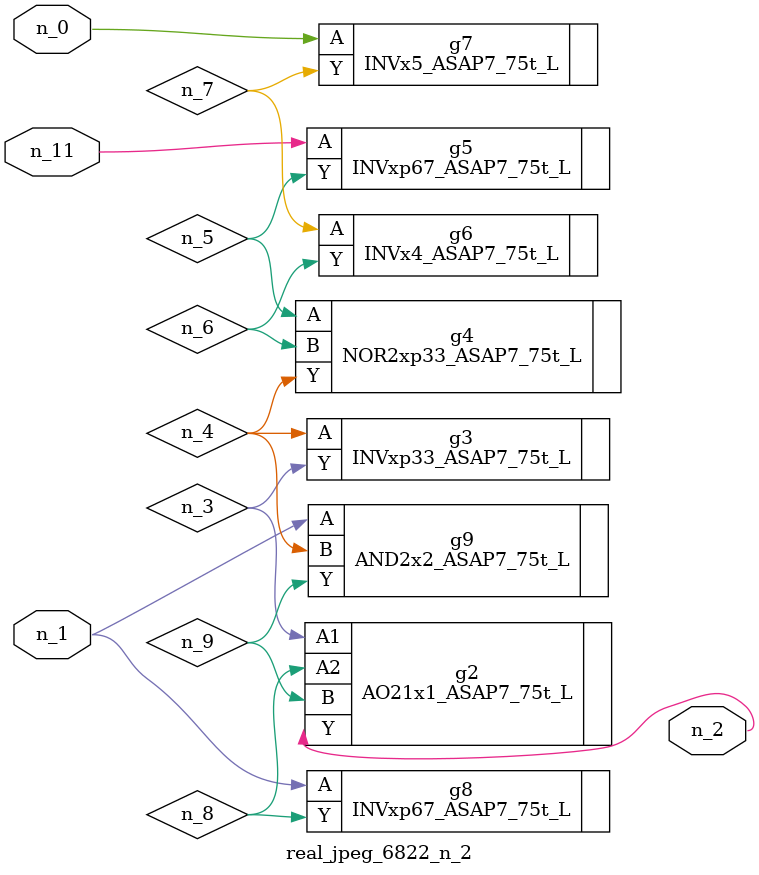
<source format=v>
module real_jpeg_6822_n_2 (n_1, n_11, n_0, n_2);

input n_1;
input n_11;
input n_0;

output n_2;

wire n_5;
wire n_8;
wire n_4;
wire n_6;
wire n_7;
wire n_3;
wire n_9;

INVx5_ASAP7_75t_L g7 ( 
.A(n_0),
.Y(n_7)
);

INVxp67_ASAP7_75t_L g8 ( 
.A(n_1),
.Y(n_8)
);

AND2x2_ASAP7_75t_L g9 ( 
.A(n_1),
.B(n_4),
.Y(n_9)
);

AO21x1_ASAP7_75t_L g2 ( 
.A1(n_3),
.A2(n_8),
.B(n_9),
.Y(n_2)
);

INVxp33_ASAP7_75t_L g3 ( 
.A(n_4),
.Y(n_3)
);

NOR2xp33_ASAP7_75t_L g4 ( 
.A(n_5),
.B(n_6),
.Y(n_4)
);

INVx4_ASAP7_75t_L g6 ( 
.A(n_7),
.Y(n_6)
);

INVxp67_ASAP7_75t_L g5 ( 
.A(n_11),
.Y(n_5)
);


endmodule
</source>
